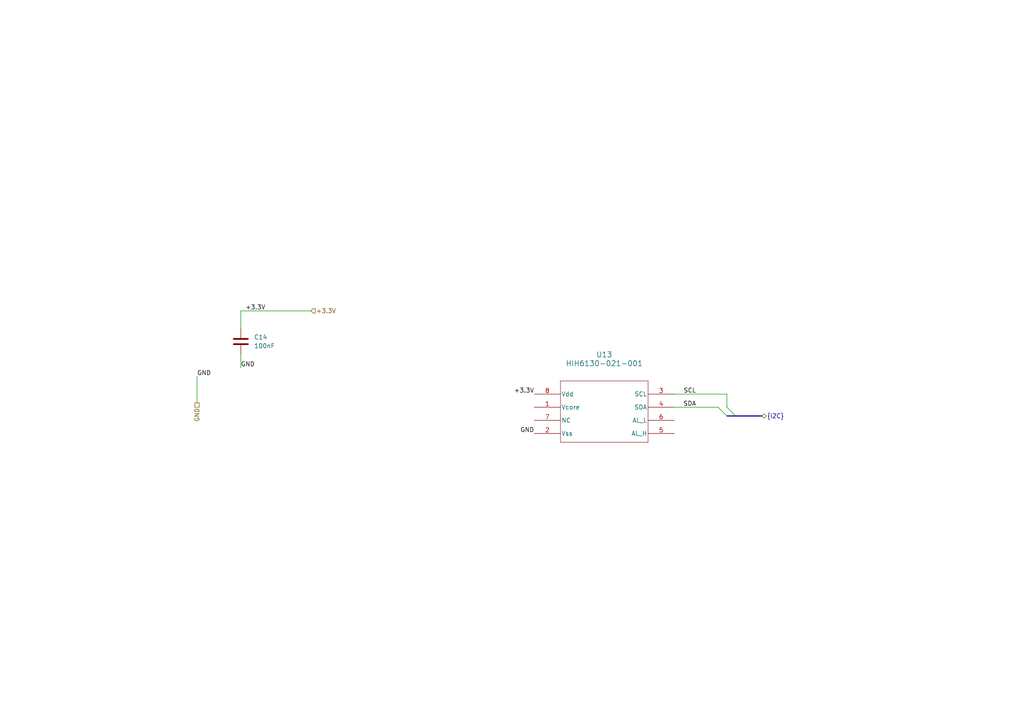
<source format=kicad_sch>
(kicad_sch (version 20250114) (generator "eeschema") (generator_version "9.0")
  (paper "A4")
  (lib_symbols
    (symbol "CREPP_Sensors:HIH6130-021-001" (pin_names (offset 0.254))
      (property "Reference" "U" (at 20.32 10.16 0))
      (property "Value" "HIH6130-021-001" (at 20.32 7.62 0))
      (property "Footprint" "CREPP_Temperature_sensors:IC8_HIH6130-021-001_HNW" (at 0 0 0))
      (symbol "HIH6130-021-001_0_1"
        (polyline (pts (xy 7.62 5.08) (xy 7.62 -12.7)) (stroke (width 0.127)))
        (polyline (pts (xy 7.62 -12.7) (xy 33.02 -12.7)) (stroke (width 0.127)))
        (polyline (pts (xy 33.02 5.08) (xy 7.62 5.08)) (stroke (width 0.127)))
        (polyline (pts (xy 33.02 -12.7) (xy 33.02 5.08)) (stroke (width 0.127)))
      )
      (symbol "HIH6130-021-001_1_1"
        (pin unspecified line (at 0 1.27 0) (length 7.62) (name "Vdd") (number "8"))
        (pin unspecified line (at 0 -2.54 0) (length 7.62) (name "Vcore") (number "1"))
        (pin unspecified line (at 0 -6.35 0) (length 7.62) (name "NC") (number "7"))
        (pin unspecified line (at 0 -10.16 0) (length 7.62) (name "Vss") (number "2"))
        (pin unspecified line (at 40.64 1.27 180) (length 7.62) (name "SCL") (number "3"))
        (pin unspecified line (at 40.64 -2.54 180) (length 7.62) (name "SDA") (number "4"))
        (pin unspecified line (at 40.64 -6.35 180) (length 7.62) (name "AL_L") (number "6"))
        (pin unspecified line (at 40.64 -10.16 180) (length 7.62) (name "AL_H") (number "5"))
      )
    )
    (symbol "Device:C" (pin_numbers (hide yes)) (pin_names (offset 0.254))
      (property "Reference" "C" (at 0.635 2.54 0))
      (property "Value" "C" (at 0.635 -2.54 0))
      (symbol "C_0_1"
        (polyline (pts (xy -2.032 0.762) (xy 2.032 0.762)) (stroke (width 0.508)))
        (polyline (pts (xy -2.032 -0.762) (xy 2.032 -0.762)) (stroke (width 0.508)))
      )
      (symbol "C_1_1"
        (pin passive line (at 0 3.81 270) (length 2.794) (name "~") (number "1"))
        (pin passive line (at 0 -3.81 90) (length 2.794) (name "~") (number "2"))
      )
    )
  )
  (bus_entry (at 208.28 118.11) (size 2.54 2.54))
  (bus_entry (at 210.82 118.11) (size 2.54 2.54))
  (wire (pts (xy 69.85 102.87) (xy 69.85 106.68)))
  (wire (pts (xy 69.85 95.25) (xy 69.85 90.17)))
  (wire (pts (xy 210.82 114.3) (xy 195.58 114.3)))
  (wire (pts (xy 208.28 118.11) (xy 195.58 118.11)))
  (wire (pts (xy 57.15 109.22) (xy 57.15 116.84)))
  (wire (pts (xy 69.85 90.17) (xy 90.17 90.17)))
  (bus (pts (xy 210.82 120.65) (xy 213.36 120.65)))
  (wire (pts (xy 210.82 118.11) (xy 210.82 114.3)))
  (bus (pts (xy 213.36 120.65) (xy 220.98 120.65)))
  (label "GND" (at 69.85 106.68 0))
  (label "+3.3V" (at 154.94 114.3 180))
  (label "+3.3V" (at 71.12 90.17 0))
  (label "GND" (at 154.94 125.73 180))
  (label "SCL" (at 201.93 114.3 180))
  (label "GND" (at 57.15 109.22 0))
  (label "SDA" (at 201.93 118.11 180))
  (hierarchical_label "{I2C}" (shape bidirectional) (at 220.98 120.65 0))
  (hierarchical_label "+3.3V" (shape input) (at 90.17 90.17 0))
  (hierarchical_label "GND" (shape passive) (at 57.15 116.84 270))
  (symbol (lib_id "CREPP_Sensors:HIH6130-021-001") (at 154.94 115.57 0) (unit 1)
    (property "Reference" "U13" (at 175.26 102.87 0) (effects (font (size 1.524 1.524))))
    (property "Value" "HIH6130-021-001" (at 175.26 105.41 0) (effects (font (size 1.524 1.524))))
    (property "Footprint" "CREPP_Temperature_sensors:IC8_HIH6130-021-001_HNW" (effects (hide yes)))
    (property "Datasheet" "HIH6130-021-001" (effects (hide yes)))
  )
  (symbol (lib_id "Device:C") (at 69.85 99.06 0) (unit 1)
    (property "Reference" "C14" (at 73.66 97.79 0) (effects (justify left)))
    (property "Value" "100nF" (at 73.66 100.33 0) (effects (justify left)))
    (property "Footprint" "Capacitor_SMD:C_0603_1608Metric_Pad1.08x0.95mm_HandSolder" (effects (hide yes)))
  )
)
</source>
